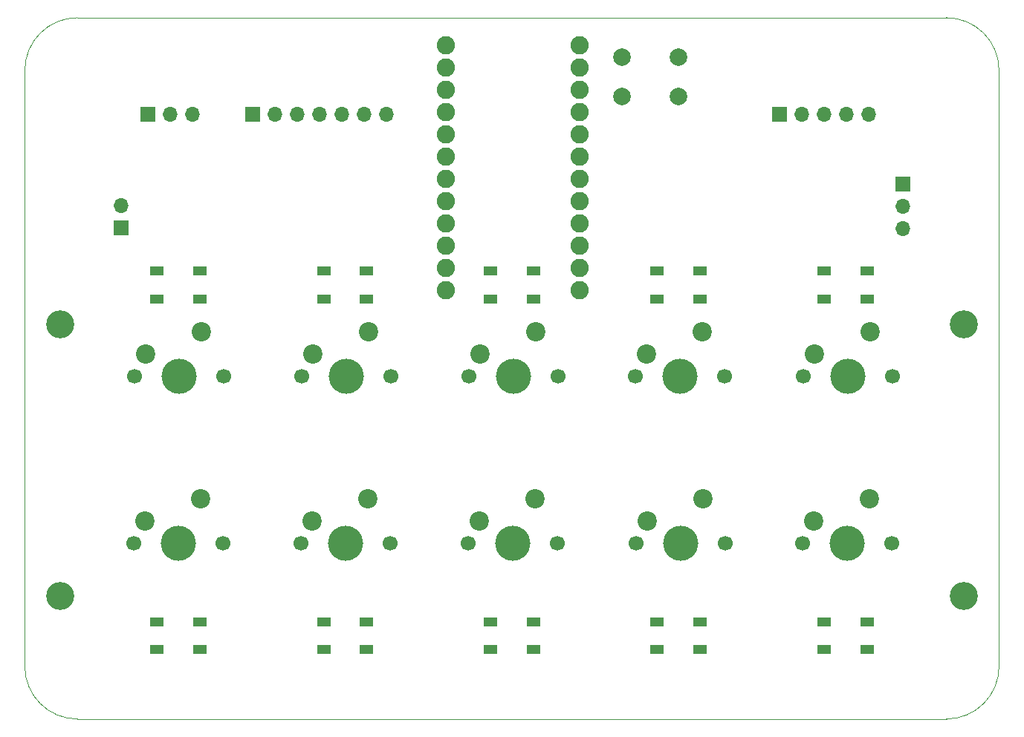
<source format=gbr>
G04 #@! TF.GenerationSoftware,KiCad,Pcbnew,(5.1.8)-1*
G04 #@! TF.CreationDate,2021-06-03T22:44:18-04:00*
G04 #@! TF.ProjectId,inkkeys,696e6b6b-6579-4732-9e6b-696361645f70,rev?*
G04 #@! TF.SameCoordinates,Original*
G04 #@! TF.FileFunction,Soldermask,Top*
G04 #@! TF.FilePolarity,Negative*
%FSLAX46Y46*%
G04 Gerber Fmt 4.6, Leading zero omitted, Abs format (unit mm)*
G04 Created by KiCad (PCBNEW (5.1.8)-1) date 2021-06-03 22:44:18*
%MOMM*%
%LPD*%
G01*
G04 APERTURE LIST*
G04 #@! TA.AperFunction,Profile*
%ADD10C,0.100000*%
G04 #@! TD*
%ADD11C,2.000000*%
%ADD12O,1.700000X1.700000*%
%ADD13R,1.700000X1.700000*%
%ADD14C,3.200000*%
%ADD15C,1.700000*%
%ADD16C,4.000000*%
%ADD17C,2.200000*%
%ADD18R,1.500000X1.000000*%
%ADD19C,2.082800*%
G04 APERTURE END LIST*
D10*
X202000000Y-60000000D02*
G75*
G02*
X208000000Y-66000000I0J-6000000D01*
G01*
X208000000Y-134000000D02*
G75*
G02*
X202000000Y-140000000I-6000000J0D01*
G01*
X103000000Y-140000000D02*
G75*
G02*
X97000000Y-134000000I0J6000000D01*
G01*
X97000000Y-66000000D02*
G75*
G02*
X103000000Y-60000000I6000000J0D01*
G01*
X97000000Y-134000000D02*
X97000000Y-66000000D01*
X202000000Y-140000000D02*
X103000000Y-140000000D01*
X208000000Y-66000000D02*
X208000000Y-134000000D01*
X103000000Y-60000000D02*
X202000000Y-60000000D01*
X202000000Y-60000000D02*
G75*
G02*
X208000000Y-66000000I0J-6000000D01*
G01*
X208000000Y-134000000D02*
G75*
G02*
X202000000Y-140000000I-6000000J0D01*
G01*
X103000000Y-140000000D02*
G75*
G02*
X97000000Y-134000000I0J6000000D01*
G01*
X97000000Y-66000000D02*
G75*
G02*
X103000000Y-60000000I6000000J0D01*
G01*
X97000000Y-134000000D02*
X97000000Y-66000000D01*
X202000000Y-140000000D02*
X103000000Y-140000000D01*
X208000000Y-66000000D02*
X208000000Y-134000000D01*
X103000000Y-60000000D02*
X202000000Y-60000000D01*
D11*
G04 #@! TO.C,SW12*
X165000000Y-64500000D03*
X165000000Y-69000000D03*
X171500000Y-64500000D03*
X171500000Y-69000000D03*
G04 #@! TD*
D12*
G04 #@! TO.C,J3*
X197000000Y-84080000D03*
X197000000Y-81540000D03*
D13*
X197000000Y-79000000D03*
G04 #@! TD*
D12*
G04 #@! TO.C,J2*
X193160000Y-71000000D03*
X190620000Y-71000000D03*
X188080000Y-71000000D03*
X185540000Y-71000000D03*
D13*
X183000000Y-71000000D03*
G04 #@! TD*
D14*
G04 #@! TO.C,H4*
X204000000Y-126000000D03*
G04 #@! TD*
G04 #@! TO.C,H3*
X204000000Y-95000000D03*
G04 #@! TD*
G04 #@! TO.C,H2*
X101000000Y-126000000D03*
G04 #@! TD*
G04 #@! TO.C,H1*
X101000000Y-95000000D03*
G04 #@! TD*
D12*
G04 #@! TO.C,SW13*
X108000000Y-81460000D03*
D13*
X108000000Y-84000000D03*
G04 #@! TD*
D15*
G04 #@! TO.C,SW10*
X195790000Y-119980000D03*
X185630000Y-119980000D03*
D16*
X190710000Y-119980000D03*
D17*
X186900000Y-117440000D03*
X193250000Y-114900000D03*
G04 #@! TD*
D15*
G04 #@! TO.C,SW9*
X195820000Y-100900000D03*
X185660000Y-100900000D03*
D16*
X190740000Y-100900000D03*
D17*
X186930000Y-98360000D03*
X193280000Y-95820000D03*
G04 #@! TD*
D15*
G04 #@! TO.C,SW8*
X176770000Y-119980000D03*
X166610000Y-119980000D03*
D16*
X171690000Y-119980000D03*
D17*
X167880000Y-117440000D03*
X174230000Y-114900000D03*
G04 #@! TD*
D15*
G04 #@! TO.C,SW7*
X176760000Y-100910000D03*
X166600000Y-100910000D03*
D16*
X171680000Y-100910000D03*
D17*
X167870000Y-98370000D03*
X174220000Y-95830000D03*
G04 #@! TD*
D15*
G04 #@! TO.C,SW6*
X157700000Y-119960000D03*
X147540000Y-119960000D03*
D16*
X152620000Y-119960000D03*
D17*
X148810000Y-117420000D03*
X155160000Y-114880000D03*
G04 #@! TD*
D15*
G04 #@! TO.C,SW5*
X157720000Y-100920000D03*
X147560000Y-100920000D03*
D16*
X152640000Y-100920000D03*
D17*
X148830000Y-98380000D03*
X155180000Y-95840000D03*
G04 #@! TD*
D15*
G04 #@! TO.C,SW4*
X138650000Y-119950000D03*
X128490000Y-119950000D03*
D16*
X133570000Y-119950000D03*
D17*
X129760000Y-117410000D03*
X136110000Y-114870000D03*
G04 #@! TD*
D15*
G04 #@! TO.C,SW3*
X138670000Y-100930000D03*
X128510000Y-100930000D03*
D16*
X133590000Y-100930000D03*
D17*
X129780000Y-98390000D03*
X136130000Y-95850000D03*
G04 #@! TD*
D15*
G04 #@! TO.C,SW2*
X119600000Y-119970000D03*
X109440000Y-119970000D03*
D16*
X114520000Y-119970000D03*
D17*
X110710000Y-117430000D03*
X117060000Y-114890000D03*
G04 #@! TD*
D15*
G04 #@! TO.C,SW1*
X119630000Y-100910000D03*
X109470000Y-100910000D03*
D16*
X114550000Y-100910000D03*
D17*
X110740000Y-98370000D03*
X117090000Y-95830000D03*
G04 #@! TD*
D12*
G04 #@! TO.C,RV1*
X116080000Y-71000000D03*
X113540000Y-71000000D03*
D13*
X111000000Y-71000000D03*
G04 #@! TD*
D12*
G04 #@! TO.C,J1*
X138240000Y-71000000D03*
X135700000Y-71000000D03*
X133160000Y-71000000D03*
X130620000Y-71000000D03*
X128080000Y-71000000D03*
X125540000Y-71000000D03*
D13*
X123000000Y-71000000D03*
G04 #@! TD*
D18*
G04 #@! TO.C,D25*
X188050000Y-128900000D03*
X188050000Y-132100000D03*
X192950000Y-128900000D03*
X192950000Y-132100000D03*
G04 #@! TD*
G04 #@! TO.C,D24*
X188050000Y-88900000D03*
X188050000Y-92100000D03*
X192950000Y-88900000D03*
X192950000Y-92100000D03*
G04 #@! TD*
G04 #@! TO.C,D22*
X169050000Y-128900000D03*
X169050000Y-132100000D03*
X173950000Y-128900000D03*
X173950000Y-132100000D03*
G04 #@! TD*
G04 #@! TO.C,D21*
X169050000Y-88900000D03*
X169050000Y-92100000D03*
X173950000Y-88900000D03*
X173950000Y-92100000D03*
G04 #@! TD*
G04 #@! TO.C,D19*
X150050000Y-128900000D03*
X150050000Y-132100000D03*
X154950000Y-128900000D03*
X154950000Y-132100000D03*
G04 #@! TD*
G04 #@! TO.C,D18*
X150050000Y-88900000D03*
X150050000Y-92100000D03*
X154950000Y-88900000D03*
X154950000Y-92100000D03*
G04 #@! TD*
G04 #@! TO.C,D16*
X131050000Y-128900000D03*
X131050000Y-132100000D03*
X135950000Y-128900000D03*
X135950000Y-132100000D03*
G04 #@! TD*
G04 #@! TO.C,D15*
X131050000Y-88900000D03*
X131050000Y-92100000D03*
X135950000Y-88900000D03*
X135950000Y-92100000D03*
G04 #@! TD*
G04 #@! TO.C,D13*
X112050000Y-128900000D03*
X112050000Y-132100000D03*
X116950000Y-128900000D03*
X116950000Y-132100000D03*
G04 #@! TD*
G04 #@! TO.C,D12*
X112050000Y-88900000D03*
X112050000Y-92100000D03*
X116950000Y-88900000D03*
X116950000Y-92100000D03*
G04 #@! TD*
D19*
G04 #@! TO.C,B1*
X145010000Y-63180000D03*
X145010000Y-65720000D03*
X145010000Y-68260000D03*
X145010000Y-70800000D03*
X145010000Y-73340000D03*
X145010000Y-75880000D03*
X145010000Y-78420000D03*
X145010000Y-80960000D03*
X145010000Y-83500000D03*
X145010000Y-86040000D03*
X145010000Y-88580000D03*
X145010000Y-91120000D03*
X160250000Y-91120000D03*
X160250000Y-88580000D03*
X160250000Y-86040000D03*
X160250000Y-83500000D03*
X160250000Y-80960000D03*
X160250000Y-78420000D03*
X160250000Y-75880000D03*
X160250000Y-73340000D03*
X160250000Y-70800000D03*
X160250000Y-68260000D03*
X160250000Y-65720000D03*
X160250000Y-63180000D03*
G04 #@! TD*
M02*

</source>
